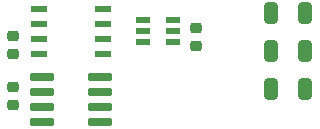
<source format=gbr>
G04 #@! TF.GenerationSoftware,KiCad,Pcbnew,(6.0.6-0)*
G04 #@! TF.CreationDate,2022-07-06T00:13:59-04:00*
G04 #@! TF.ProjectId,PS2VGA,50533256-4741-42e6-9b69-6361645f7063,1*
G04 #@! TF.SameCoordinates,Original*
G04 #@! TF.FileFunction,Paste,Top*
G04 #@! TF.FilePolarity,Positive*
%FSLAX46Y46*%
G04 Gerber Fmt 4.6, Leading zero omitted, Abs format (unit mm)*
G04 Created by KiCad (PCBNEW (6.0.6-0)) date 2022-07-06 00:13:59*
%MOMM*%
%LPD*%
G01*
G04 APERTURE LIST*
G04 Aperture macros list*
%AMRoundRect*
0 Rectangle with rounded corners*
0 $1 Rounding radius*
0 $2 $3 $4 $5 $6 $7 $8 $9 X,Y pos of 4 corners*
0 Add a 4 corners polygon primitive as box body*
4,1,4,$2,$3,$4,$5,$6,$7,$8,$9,$2,$3,0*
0 Add four circle primitives for the rounded corners*
1,1,$1+$1,$2,$3*
1,1,$1+$1,$4,$5*
1,1,$1+$1,$6,$7*
1,1,$1+$1,$8,$9*
0 Add four rect primitives between the rounded corners*
20,1,$1+$1,$2,$3,$4,$5,0*
20,1,$1+$1,$4,$5,$6,$7,0*
20,1,$1+$1,$6,$7,$8,$9,0*
20,1,$1+$1,$8,$9,$2,$3,0*%
G04 Aperture macros list end*
%ADD10RoundRect,0.225000X-0.250000X0.225000X-0.250000X-0.225000X0.250000X-0.225000X0.250000X0.225000X0*%
%ADD11RoundRect,0.250000X-0.325000X-0.650000X0.325000X-0.650000X0.325000X0.650000X-0.325000X0.650000X0*%
%ADD12RoundRect,0.225000X0.250000X-0.225000X0.250000X0.225000X-0.250000X0.225000X-0.250000X-0.225000X0*%
%ADD13RoundRect,0.040600X-0.564400X-0.249400X0.564400X-0.249400X0.564400X0.249400X-0.564400X0.249400X0*%
%ADD14RoundRect,0.042000X0.943000X0.258000X-0.943000X0.258000X-0.943000X-0.258000X0.943000X-0.258000X0*%
%ADD15R,1.454899X0.558000*%
G04 APERTURE END LIST*
D10*
X145120000Y-103225000D03*
X145120000Y-104775000D03*
D11*
X151415000Y-105190000D03*
X154365000Y-105190000D03*
X151405000Y-108360000D03*
X154355000Y-108360000D03*
D12*
X129620000Y-109765000D03*
X129620000Y-108215000D03*
D11*
X151405000Y-101950000D03*
X154355000Y-101950000D03*
D13*
X140605000Y-102510000D03*
X140605000Y-103460000D03*
X140605000Y-104410000D03*
X143115000Y-104410000D03*
X143115000Y-103460000D03*
X143115000Y-102510000D03*
D12*
X129640000Y-105425000D03*
X129640000Y-103875000D03*
D14*
X137005000Y-111205000D03*
X137005000Y-109935000D03*
X137005000Y-108665000D03*
X137005000Y-107395000D03*
X132065000Y-107395000D03*
X132065000Y-108665000D03*
X132065000Y-109935000D03*
X132065000Y-111205000D03*
D15*
X137251348Y-105415000D03*
X137251348Y-104145000D03*
X137251348Y-102875000D03*
X137251348Y-101605000D03*
X131808652Y-101605000D03*
X131808652Y-102875000D03*
X131808652Y-104145000D03*
X131808652Y-105415000D03*
M02*

</source>
